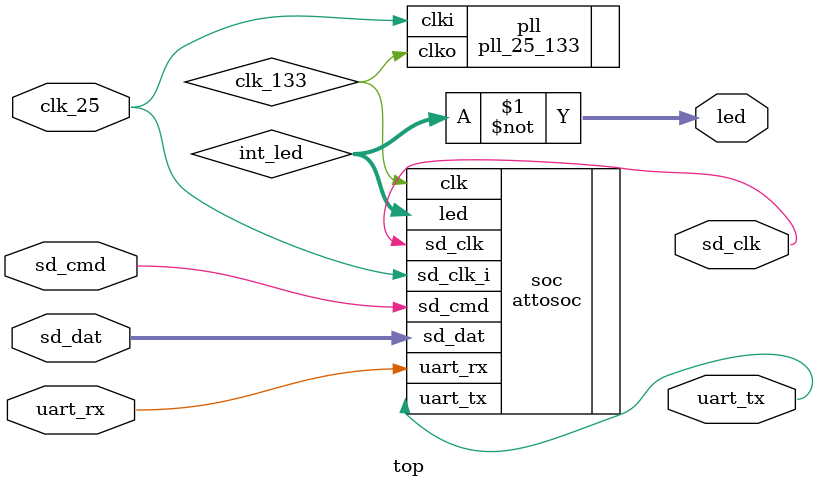
<source format=v>
`include "timescale.v"

module top(
    input clk_25,
    output [2:0] led,
    inout sd_cmd,
	inout [3:0] sd_dat,
	output sd_clk,
    output uart_tx,
    input uart_rx
);

wire clk_133;
wire [2:0] int_led;

pll_25_133 pll(
    .clki(clk_25),
    .clko(clk_133)
);

attosoc soc(
    .clk(clk_133),
    .led(int_led),
    .sd_clk_i(clk_25),
    .sd_cmd(sd_cmd),
    .sd_dat(sd_dat),
    .sd_clk(sd_clk),
    .uart_tx(uart_tx),
    .uart_rx(uart_rx)
);

assign led = ~int_led;
endmodule

</source>
